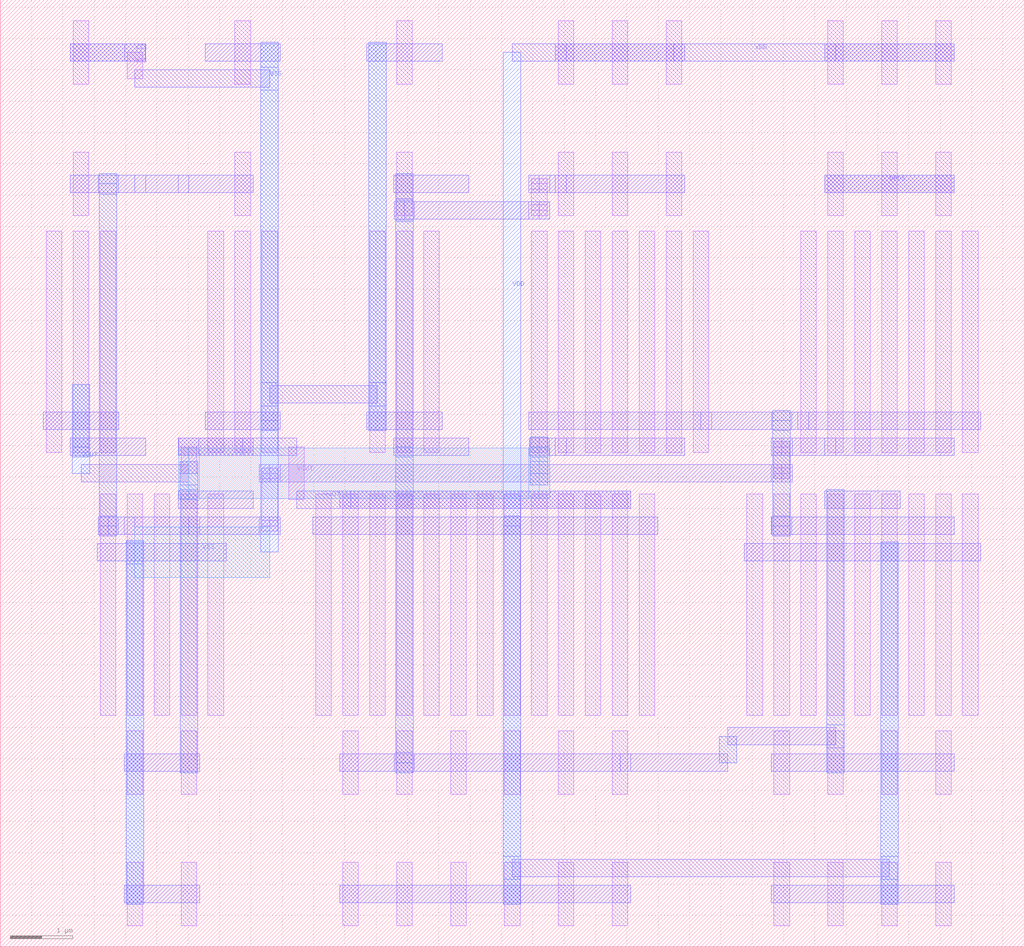
<source format=lef>
MACRO SLC
  ORIGIN 0 0 ;
  FOREIGN SLC 0 0 ;
  SIZE 16.34 BY 15.12 ;
  PIN VOUT
    DIRECTION INOUT ;
    USE SIGNAL ;
    PORT 
      LAYER met3 ;
        RECT 1.15 7.82 1.43 8.98 ;
      LAYER met2 ;
        RECT 2.84 7.84 4.04 8.12 ;
      LAYER met2 ;
        RECT 5.42 7 10.06 7.28 ;
      LAYER met3 ;
        RECT 1.15 7.56 1.43 7.98 ;
      LAYER met2 ;
        RECT 1.29 7.42 3.01 7.7 ;
      LAYER met1 ;
        RECT 2.885 7.56 3.135 7.98 ;
      LAYER met2 ;
        RECT 2.85 7.84 3.17 8.12 ;
      LAYER met2 ;
        RECT 3.87 7.84 4.73 8.12 ;
      LAYER met1 ;
        RECT 4.605 7.14 4.855 7.98 ;
      LAYER met2 ;
        RECT 4.73 7 5.59 7.28 ;
    END
  END VOUT
  PIN VDD
    DIRECTION INOUT ;
    USE SIGNAL ;
    PORT 
      LAYER met3 ;
        RECT 8.03 0.68 8.31 6.88 ;
      LAYER met3 ;
        RECT 14.05 0.68 14.33 6.46 ;
      LAYER met3 ;
        RECT 8.03 1.075 8.31 1.445 ;
      LAYER met2 ;
        RECT 8.17 1.12 14.19 1.4 ;
      LAYER met3 ;
        RECT 14.05 1.075 14.33 1.445 ;
      LAYER met2 ;
        RECT 8.86 14.14 10.92 14.42 ;
      LAYER met2 ;
        RECT 13.16 14.14 15.22 14.42 ;
      LAYER met3 ;
        RECT 8.03 6.72 8.31 14.28 ;
      LAYER met2 ;
        RECT 8.17 14.14 9.03 14.42 ;
      LAYER met2 ;
        RECT 10.75 14.14 13.33 14.42 ;
    END
  END VDD
  PIN VSS
    DIRECTION INOUT ;
    USE SIGNAL ;
    PORT 
      LAYER met3 ;
        RECT 2.01 0.68 2.29 6.46 ;
      LAYER met3 ;
        RECT 4.16 8.24 4.44 14.44 ;
      LAYER met3 ;
        RECT 5.88 8.24 6.16 14.44 ;
      LAYER met2 ;
        RECT 1.12 14.14 2.32 14.42 ;
      LAYER met3 ;
        RECT 2.01 6.115 2.29 6.485 ;
      LAYER met4 ;
        RECT 2.15 5.9 4.3 6.7 ;
      LAYER met3 ;
        RECT 4.16 6.3 4.44 8.4 ;
      LAYER met3 ;
        RECT 4.16 8.635 4.44 9.005 ;
      LAYER met2 ;
        RECT 4.3 8.68 6.02 8.96 ;
      LAYER met3 ;
        RECT 5.88 8.635 6.16 9.005 ;
      LAYER met3 ;
        RECT 4.16 13.675 4.44 14.045 ;
      LAYER met2 ;
        RECT 2.15 13.72 4.3 14 ;
      LAYER met1 ;
        RECT 2.025 13.86 2.275 14.28 ;
      LAYER met2 ;
        RECT 1.99 14.14 2.31 14.42 ;
    END
  END VSS
  PIN VPOS
    DIRECTION INOUT ;
    USE SIGNAL ;
    PORT 
      LAYER met2 ;
        RECT 13.16 12.04 15.22 12.32 ;
    END
  END VPOS
  OBS 
  LAYER met2 ;
        RECT 5.42 2.8 10.06 3.08 ;
  LAYER met3 ;
        RECT 13.19 2.78 13.47 7.3 ;
  LAYER met2 ;
        RECT 9.89 2.8 11.61 3.08 ;
  LAYER met3 ;
        RECT 11.47 2.94 11.75 3.36 ;
  LAYER met2 ;
        RECT 11.61 3.22 13.33 3.5 ;
  LAYER met3 ;
        RECT 13.19 3.175 13.47 3.545 ;
  LAYER met3 ;
        RECT 6.31 7.82 6.59 12.34 ;
  LAYER met2 ;
        RECT 8.86 12.04 10.92 12.32 ;
  LAYER met2 ;
        RECT 6.29 2.8 6.61 3.08 ;
  LAYER met3 ;
        RECT 6.31 2.94 6.59 7.98 ;
  LAYER met3 ;
        RECT 6.31 11.575 6.59 11.945 ;
  LAYER met2 ;
        RECT 6.45 11.62 8.6 11.9 ;
  LAYER met1 ;
        RECT 8.475 11.76 8.725 12.18 ;
  LAYER met2 ;
        RECT 8.6 12.04 9.03 12.32 ;
  LAYER met2 ;
        RECT 6.29 2.8 6.61 3.08 ;
  LAYER met3 ;
        RECT 6.31 2.78 6.59 3.1 ;
  LAYER met2 ;
        RECT 6.29 2.8 6.61 3.08 ;
  LAYER met3 ;
        RECT 6.31 2.78 6.59 3.1 ;
  LAYER met1 ;
        RECT 8.475 11.675 8.725 11.845 ;
  LAYER met2 ;
        RECT 8.43 11.62 8.77 11.9 ;
  LAYER met1 ;
        RECT 8.475 12.095 8.725 12.265 ;
  LAYER met2 ;
        RECT 8.43 12.04 8.77 12.32 ;
  LAYER met2 ;
        RECT 6.29 2.8 6.61 3.08 ;
  LAYER met3 ;
        RECT 6.31 2.78 6.59 3.1 ;
  LAYER met2 ;
        RECT 6.29 11.62 6.61 11.9 ;
  LAYER met3 ;
        RECT 6.31 11.6 6.59 11.92 ;
  LAYER met1 ;
        RECT 8.475 11.675 8.725 11.845 ;
  LAYER met2 ;
        RECT 8.43 11.62 8.77 11.9 ;
  LAYER met1 ;
        RECT 8.475 12.095 8.725 12.265 ;
  LAYER met2 ;
        RECT 8.43 12.04 8.77 12.32 ;
  LAYER met2 ;
        RECT 6.29 2.8 6.61 3.08 ;
  LAYER met3 ;
        RECT 6.31 2.78 6.59 3.1 ;
  LAYER met2 ;
        RECT 6.29 11.62 6.61 11.9 ;
  LAYER met3 ;
        RECT 6.31 11.6 6.59 11.92 ;
  LAYER met2 ;
        RECT 8.43 8.26 11.35 8.54 ;
  LAYER met2 ;
        RECT 12.73 8.26 15.65 8.54 ;
  LAYER met2 ;
        RECT 12.3 6.58 15.22 6.86 ;
  LAYER met2 ;
        RECT 11.18 8.26 12.9 8.54 ;
  LAYER met2 ;
        RECT 12.31 8.26 12.63 8.54 ;
  LAYER met3 ;
        RECT 12.33 6.72 12.61 8.4 ;
  LAYER met2 ;
        RECT 12.31 6.58 12.63 6.86 ;
  LAYER met2 ;
        RECT 12.31 6.58 12.63 6.86 ;
  LAYER met3 ;
        RECT 12.33 6.56 12.61 6.88 ;
  LAYER met2 ;
        RECT 12.31 8.26 12.63 8.54 ;
  LAYER met3 ;
        RECT 12.33 8.24 12.61 8.56 ;
  LAYER met2 ;
        RECT 12.31 6.58 12.63 6.86 ;
  LAYER met3 ;
        RECT 12.33 6.56 12.61 6.88 ;
  LAYER met2 ;
        RECT 12.31 8.26 12.63 8.54 ;
  LAYER met3 ;
        RECT 12.33 8.24 12.61 8.56 ;
  LAYER met3 ;
        RECT 2.87 2.78 3.15 7.3 ;
  LAYER met2 ;
        RECT 8.86 7.84 10.92 8.12 ;
  LAYER met3 ;
        RECT 2.87 7.14 3.15 7.56 ;
  LAYER met4 ;
        RECT 3.01 7.16 8.6 7.96 ;
  LAYER met3 ;
        RECT 8.46 7.56 8.74 7.98 ;
  LAYER met2 ;
        RECT 8.6 7.84 9.03 8.12 ;
  LAYER met2 ;
        RECT 8.44 7.84 8.76 8.12 ;
  LAYER met3 ;
        RECT 8.46 7.82 8.74 8.14 ;
  LAYER met3 ;
        RECT 2.87 7.375 3.15 7.745 ;
  LAYER met4 ;
        RECT 2.845 7.16 3.175 7.96 ;
  LAYER met3 ;
        RECT 8.46 7.375 8.74 7.745 ;
  LAYER met4 ;
        RECT 8.435 7.16 8.765 7.96 ;
  LAYER met2 ;
        RECT 8.44 7.84 8.76 8.12 ;
  LAYER met3 ;
        RECT 8.46 7.82 8.74 8.14 ;
  LAYER met3 ;
        RECT 2.87 7.375 3.15 7.745 ;
  LAYER met4 ;
        RECT 2.845 7.16 3.175 7.96 ;
  LAYER met3 ;
        RECT 8.46 7.375 8.74 7.745 ;
  LAYER met4 ;
        RECT 8.435 7.16 8.765 7.96 ;
  LAYER met2 ;
        RECT 1.98 6.58 3.18 6.86 ;
  LAYER met2 ;
        RECT 1.12 12.04 2.32 12.32 ;
  LAYER met2 ;
        RECT 2.84 12.04 4.04 12.32 ;
  LAYER met2 ;
        RECT 13.16 7.84 15.22 8.12 ;
  LAYER met2 ;
        RECT 1.72 6.58 2.15 6.86 ;
  LAYER met3 ;
        RECT 1.58 6.72 1.86 12.18 ;
  LAYER met2 ;
        RECT 1.56 12.04 1.88 12.32 ;
  LAYER met2 ;
        RECT 2.15 12.04 3.01 12.32 ;
  LAYER met2 ;
        RECT 3.01 6.58 4.3 6.86 ;
  LAYER met1 ;
        RECT 4.175 6.72 4.425 7.56 ;
  LAYER met2 ;
        RECT 4.3 7.42 12.47 7.7 ;
  LAYER met1 ;
        RECT 12.345 7.56 12.595 7.98 ;
  LAYER met2 ;
        RECT 12.47 7.84 13.33 8.12 ;
  LAYER met2 ;
        RECT 1.56 6.58 1.88 6.86 ;
  LAYER met3 ;
        RECT 1.58 6.56 1.86 6.88 ;
  LAYER met2 ;
        RECT 1.56 12.04 1.88 12.32 ;
  LAYER met3 ;
        RECT 1.58 12.02 1.86 12.34 ;
  LAYER met2 ;
        RECT 1.56 6.58 1.88 6.86 ;
  LAYER met3 ;
        RECT 1.58 6.56 1.86 6.88 ;
  LAYER met2 ;
        RECT 1.56 12.04 1.88 12.32 ;
  LAYER met3 ;
        RECT 1.58 12.02 1.86 12.34 ;
  LAYER met2 ;
        RECT 1.56 6.58 1.88 6.86 ;
  LAYER met3 ;
        RECT 1.58 6.56 1.86 6.88 ;
  LAYER met2 ;
        RECT 1.56 12.04 1.88 12.32 ;
  LAYER met3 ;
        RECT 1.58 12.02 1.86 12.34 ;
  LAYER met2 ;
        RECT 1.56 6.58 1.88 6.86 ;
  LAYER met3 ;
        RECT 1.58 6.56 1.86 6.88 ;
  LAYER met2 ;
        RECT 1.56 12.04 1.88 12.32 ;
  LAYER met3 ;
        RECT 1.58 12.02 1.86 12.34 ;
  LAYER met1 ;
        RECT 4.175 6.635 4.425 6.805 ;
  LAYER met2 ;
        RECT 4.13 6.58 4.47 6.86 ;
  LAYER met1 ;
        RECT 4.175 7.475 4.425 7.645 ;
  LAYER met2 ;
        RECT 4.13 7.42 4.47 7.7 ;
  LAYER met1 ;
        RECT 12.345 7.475 12.595 7.645 ;
  LAYER met2 ;
        RECT 12.3 7.42 12.64 7.7 ;
  LAYER met1 ;
        RECT 12.345 7.895 12.595 8.065 ;
  LAYER met2 ;
        RECT 12.3 7.84 12.64 8.12 ;
  LAYER met2 ;
        RECT 1.56 6.58 1.88 6.86 ;
  LAYER met3 ;
        RECT 1.58 6.56 1.86 6.88 ;
  LAYER met2 ;
        RECT 1.56 12.04 1.88 12.32 ;
  LAYER met3 ;
        RECT 1.58 12.02 1.86 12.34 ;
  LAYER met1 ;
        RECT 4.175 6.635 4.425 6.805 ;
  LAYER met2 ;
        RECT 4.13 6.58 4.47 6.86 ;
  LAYER met1 ;
        RECT 4.175 7.475 4.425 7.645 ;
  LAYER met2 ;
        RECT 4.13 7.42 4.47 7.7 ;
  LAYER met1 ;
        RECT 12.345 7.475 12.595 7.645 ;
  LAYER met2 ;
        RECT 12.3 7.42 12.64 7.7 ;
  LAYER met1 ;
        RECT 12.345 7.895 12.595 8.065 ;
  LAYER met2 ;
        RECT 12.3 7.84 12.64 8.12 ;
  LAYER met2 ;
        RECT 1.56 6.58 1.88 6.86 ;
  LAYER met3 ;
        RECT 1.58 6.56 1.86 6.88 ;
  LAYER met2 ;
        RECT 1.56 12.04 1.88 12.32 ;
  LAYER met3 ;
        RECT 1.58 12.02 1.86 12.34 ;
  LAYER met1 ;
        RECT 12.345 3.695 12.595 7.225 ;
  LAYER met1 ;
        RECT 12.345 2.435 12.595 3.445 ;
  LAYER met1 ;
        RECT 12.345 0.335 12.595 1.345 ;
  LAYER met1 ;
        RECT 11.915 3.695 12.165 7.225 ;
  LAYER met1 ;
        RECT 12.775 3.695 13.025 7.225 ;
  LAYER met1 ;
        RECT 13.205 3.695 13.455 7.225 ;
  LAYER met1 ;
        RECT 13.205 2.435 13.455 3.445 ;
  LAYER met1 ;
        RECT 13.205 0.335 13.455 1.345 ;
  LAYER met1 ;
        RECT 13.635 3.695 13.885 7.225 ;
  LAYER met1 ;
        RECT 14.065 3.695 14.315 7.225 ;
  LAYER met1 ;
        RECT 14.065 2.435 14.315 3.445 ;
  LAYER met1 ;
        RECT 14.065 0.335 14.315 1.345 ;
  LAYER met1 ;
        RECT 14.495 3.695 14.745 7.225 ;
  LAYER met1 ;
        RECT 14.925 3.695 15.175 7.225 ;
  LAYER met1 ;
        RECT 14.925 2.435 15.175 3.445 ;
  LAYER met1 ;
        RECT 14.925 0.335 15.175 1.345 ;
  LAYER met1 ;
        RECT 15.355 3.695 15.605 7.225 ;
  LAYER met2 ;
        RECT 13.16 7 14.36 7.28 ;
  LAYER met2 ;
        RECT 12.3 2.8 15.22 3.08 ;
  LAYER met2 ;
        RECT 12.3 0.7 15.22 0.98 ;
  LAYER met2 ;
        RECT 11.87 6.16 15.65 6.44 ;
  LAYER met3 ;
        RECT 13.19 2.78 13.47 7.3 ;
  LAYER met2 ;
        RECT 12.3 6.58 15.22 6.86 ;
  LAYER met3 ;
        RECT 14.05 0.68 14.33 6.46 ;
  LAYER met1 ;
        RECT 5.465 3.695 5.715 7.225 ;
  LAYER met1 ;
        RECT 5.465 2.435 5.715 3.445 ;
  LAYER met1 ;
        RECT 5.465 0.335 5.715 1.345 ;
  LAYER met1 ;
        RECT 5.035 3.695 5.285 7.225 ;
  LAYER met1 ;
        RECT 5.895 3.695 6.145 7.225 ;
  LAYER met1 ;
        RECT 6.325 3.695 6.575 7.225 ;
  LAYER met1 ;
        RECT 6.325 2.435 6.575 3.445 ;
  LAYER met1 ;
        RECT 6.325 0.335 6.575 1.345 ;
  LAYER met1 ;
        RECT 6.755 3.695 7.005 7.225 ;
  LAYER met1 ;
        RECT 7.185 3.695 7.435 7.225 ;
  LAYER met1 ;
        RECT 7.185 2.435 7.435 3.445 ;
  LAYER met1 ;
        RECT 7.185 0.335 7.435 1.345 ;
  LAYER met1 ;
        RECT 7.615 3.695 7.865 7.225 ;
  LAYER met1 ;
        RECT 8.045 3.695 8.295 7.225 ;
  LAYER met1 ;
        RECT 8.045 2.435 8.295 3.445 ;
  LAYER met1 ;
        RECT 8.045 0.335 8.295 1.345 ;
  LAYER met1 ;
        RECT 8.475 3.695 8.725 7.225 ;
  LAYER met1 ;
        RECT 8.905 3.695 9.155 7.225 ;
  LAYER met1 ;
        RECT 8.905 2.435 9.155 3.445 ;
  LAYER met1 ;
        RECT 8.905 0.335 9.155 1.345 ;
  LAYER met1 ;
        RECT 9.335 3.695 9.585 7.225 ;
  LAYER met1 ;
        RECT 9.765 3.695 10.015 7.225 ;
  LAYER met1 ;
        RECT 9.765 2.435 10.015 3.445 ;
  LAYER met1 ;
        RECT 9.765 0.335 10.015 1.345 ;
  LAYER met1 ;
        RECT 10.195 3.695 10.445 7.225 ;
  LAYER met2 ;
        RECT 5.42 0.7 10.06 0.98 ;
  LAYER met2 ;
        RECT 4.99 6.58 10.49 6.86 ;
  LAYER met2 ;
        RECT 5.42 7 10.06 7.28 ;
  LAYER met2 ;
        RECT 5.42 2.8 10.06 3.08 ;
  LAYER met3 ;
        RECT 8.03 0.68 8.31 6.88 ;
  LAYER met1 ;
        RECT 2.885 3.695 3.135 7.225 ;
  LAYER met1 ;
        RECT 2.885 2.435 3.135 3.445 ;
  LAYER met1 ;
        RECT 2.885 0.335 3.135 1.345 ;
  LAYER met1 ;
        RECT 3.315 3.695 3.565 7.225 ;
  LAYER met1 ;
        RECT 2.455 3.695 2.705 7.225 ;
  LAYER met1 ;
        RECT 2.025 3.695 2.275 7.225 ;
  LAYER met1 ;
        RECT 2.025 2.435 2.275 3.445 ;
  LAYER met1 ;
        RECT 2.025 0.335 2.275 1.345 ;
  LAYER met1 ;
        RECT 1.595 3.695 1.845 7.225 ;
  LAYER met2 ;
        RECT 2.84 7 4.04 7.28 ;
  LAYER met2 ;
        RECT 1.98 2.8 3.18 3.08 ;
  LAYER met2 ;
        RECT 1.98 0.7 3.18 0.98 ;
  LAYER met2 ;
        RECT 1.55 6.16 3.61 6.44 ;
  LAYER met3 ;
        RECT 2.87 2.78 3.15 7.3 ;
  LAYER met2 ;
        RECT 1.98 6.58 3.18 6.86 ;
  LAYER met3 ;
        RECT 2.01 0.68 2.29 6.46 ;
  LAYER met1 ;
        RECT 6.325 7.895 6.575 11.425 ;
  LAYER met1 ;
        RECT 6.325 11.675 6.575 12.685 ;
  LAYER met1 ;
        RECT 6.325 13.775 6.575 14.785 ;
  LAYER met1 ;
        RECT 6.755 7.895 7.005 11.425 ;
  LAYER met1 ;
        RECT 5.895 7.895 6.145 11.425 ;
  LAYER met2 ;
        RECT 6.28 7.84 7.48 8.12 ;
  LAYER met2 ;
        RECT 6.28 12.04 7.48 12.32 ;
  LAYER met2 ;
        RECT 5.85 14.14 7.05 14.42 ;
  LAYER met2 ;
        RECT 5.85 8.26 7.05 8.54 ;
  LAYER met3 ;
        RECT 6.31 7.82 6.59 12.34 ;
  LAYER met3 ;
        RECT 5.88 8.24 6.16 14.44 ;
  LAYER met1 ;
        RECT 3.745 7.895 3.995 11.425 ;
  LAYER met1 ;
        RECT 3.745 11.675 3.995 12.685 ;
  LAYER met1 ;
        RECT 3.745 13.775 3.995 14.785 ;
  LAYER met1 ;
        RECT 3.315 7.895 3.565 11.425 ;
  LAYER met1 ;
        RECT 4.175 7.895 4.425 11.425 ;
  LAYER met2 ;
        RECT 3.27 14.14 4.47 14.42 ;
  LAYER met2 ;
        RECT 3.27 8.26 4.47 8.54 ;
  LAYER met2 ;
        RECT 2.84 7.84 4.04 8.12 ;
  LAYER met2 ;
        RECT 2.84 12.04 4.04 12.32 ;
  LAYER met3 ;
        RECT 4.16 8.24 4.44 14.44 ;
  LAYER met1 ;
        RECT 1.165 7.895 1.415 11.425 ;
  LAYER met1 ;
        RECT 1.165 11.675 1.415 12.685 ;
  LAYER met1 ;
        RECT 1.165 13.775 1.415 14.785 ;
  LAYER met1 ;
        RECT 1.595 7.895 1.845 11.425 ;
  LAYER met1 ;
        RECT 0.735 7.895 0.985 11.425 ;
  LAYER met2 ;
        RECT 1.12 7.84 2.32 8.12 ;
  LAYER met2 ;
        RECT 0.69 8.26 1.89 8.54 ;
  LAYER met2 ;
        RECT 1.12 14.14 2.32 14.42 ;
  LAYER met2 ;
        RECT 1.12 12.04 2.32 12.32 ;
  LAYER met3 ;
        RECT 1.15 7.82 1.43 8.98 ;
  LAYER met1 ;
        RECT 8.905 7.895 9.155 11.425 ;
  LAYER met1 ;
        RECT 8.905 11.675 9.155 12.685 ;
  LAYER met1 ;
        RECT 8.905 13.775 9.155 14.785 ;
  LAYER met1 ;
        RECT 8.475 7.895 8.725 11.425 ;
  LAYER met1 ;
        RECT 9.335 7.895 9.585 11.425 ;
  LAYER met1 ;
        RECT 9.765 7.895 10.015 11.425 ;
  LAYER met1 ;
        RECT 9.765 11.675 10.015 12.685 ;
  LAYER met1 ;
        RECT 9.765 13.775 10.015 14.785 ;
  LAYER met1 ;
        RECT 10.195 7.895 10.445 11.425 ;
  LAYER met1 ;
        RECT 10.625 7.895 10.875 11.425 ;
  LAYER met1 ;
        RECT 10.625 11.675 10.875 12.685 ;
  LAYER met1 ;
        RECT 10.625 13.775 10.875 14.785 ;
  LAYER met1 ;
        RECT 11.055 7.895 11.305 11.425 ;
  LAYER met2 ;
        RECT 8.86 14.14 10.92 14.42 ;
  LAYER met2 ;
        RECT 8.86 7.84 10.92 8.12 ;
  LAYER met2 ;
        RECT 8.86 12.04 10.92 12.32 ;
  LAYER met2 ;
        RECT 8.43 8.26 11.35 8.54 ;
  LAYER met1 ;
        RECT 14.925 7.895 15.175 11.425 ;
  LAYER met1 ;
        RECT 14.925 11.675 15.175 12.685 ;
  LAYER met1 ;
        RECT 14.925 13.775 15.175 14.785 ;
  LAYER met1 ;
        RECT 15.355 7.895 15.605 11.425 ;
  LAYER met1 ;
        RECT 14.495 7.895 14.745 11.425 ;
  LAYER met1 ;
        RECT 14.065 7.895 14.315 11.425 ;
  LAYER met1 ;
        RECT 14.065 11.675 14.315 12.685 ;
  LAYER met1 ;
        RECT 14.065 13.775 14.315 14.785 ;
  LAYER met1 ;
        RECT 13.635 7.895 13.885 11.425 ;
  LAYER met1 ;
        RECT 13.205 7.895 13.455 11.425 ;
  LAYER met1 ;
        RECT 13.205 11.675 13.455 12.685 ;
  LAYER met1 ;
        RECT 13.205 13.775 13.455 14.785 ;
  LAYER met1 ;
        RECT 12.775 7.895 13.025 11.425 ;
  LAYER met2 ;
        RECT 13.16 14.14 15.22 14.42 ;
  LAYER met2 ;
        RECT 13.16 7.84 15.22 8.12 ;
  LAYER met2 ;
        RECT 13.16 12.04 15.22 12.32 ;
  LAYER met2 ;
        RECT 12.73 8.26 15.65 8.54 ;
  END 
END SLC

</source>
